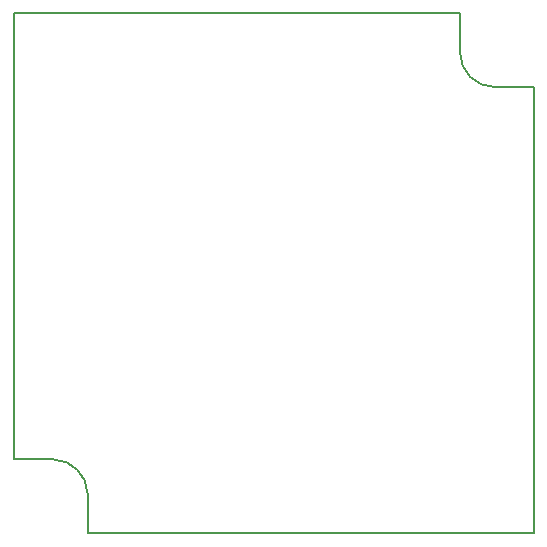
<source format=gbr>
%TF.GenerationSoftware,KiCad,Pcbnew,5.0.0-fee4fd1~65~ubuntu18.04.1*%
%TF.CreationDate,2018-07-28T20:32:54+02:00*%
%TF.ProjectId,blackBoxProbeBig,626C61636B426F7850726F6265426967,rev?*%
%TF.SameCoordinates,Original*%
%TF.FileFunction,Profile,NP*%
%FSLAX46Y46*%
G04 Gerber Fmt 4.6, Leading zero omitted, Abs format (unit mm)*
G04 Created by KiCad (PCBNEW 5.0.0-fee4fd1~65~ubuntu18.04.1) date Sat Jul 28 20:32:54 2018*
%MOMM*%
%LPD*%
G01*
G04 APERTURE LIST*
%ADD10C,0.150000*%
G04 APERTURE END LIST*
D10*
X20550000Y-192000000D02*
G75*
G03X17550000Y-189000000I-3000000J0D01*
G01*
X52050000Y-154500000D02*
G75*
G03X55050000Y-157500000I3000000J0D01*
G01*
X14300000Y-189000000D02*
X14300000Y-151250000D01*
X17550000Y-189000000D02*
X14300000Y-189000000D01*
X20550000Y-195250000D02*
X20550000Y-192000000D01*
X58300000Y-195250000D02*
X20550000Y-195250000D01*
X58300000Y-157500000D02*
X58300000Y-195250000D01*
X55050000Y-157500000D02*
X58300000Y-157500000D01*
X52050000Y-151250000D02*
X52050000Y-154500000D01*
X14300000Y-151250000D02*
X52050000Y-151250000D01*
M02*

</source>
